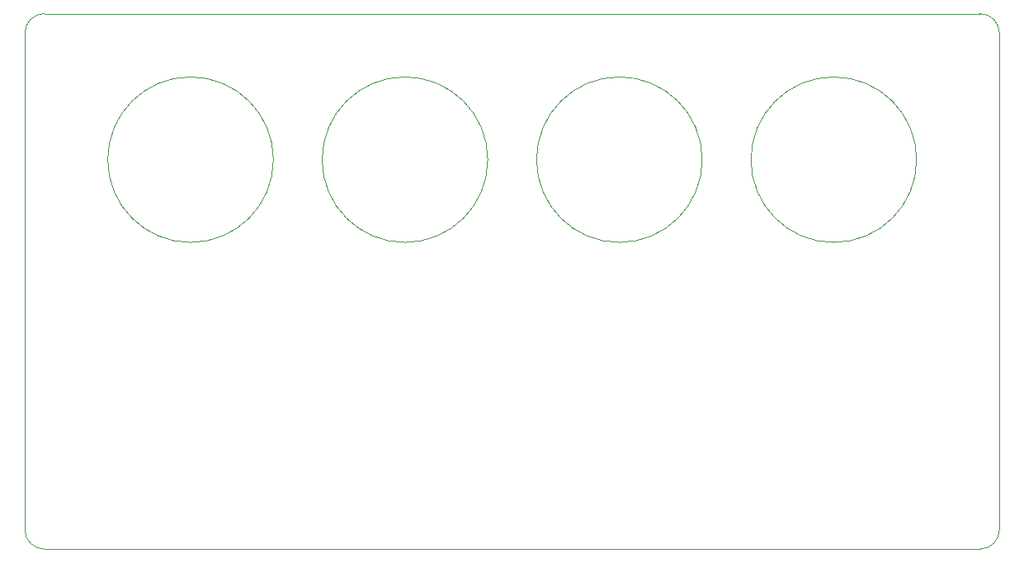
<source format=gm1>
G04 #@! TF.FileFunction,Profile,NP*
%FSLAX46Y46*%
G04 Gerber Fmt 4.6, Leading zero omitted, Abs format (unit mm)*
G04 Created by KiCad (PCBNEW 4.0.2-stable) date 2017/01/23 23:07:35*
%MOMM*%
G01*
G04 APERTURE LIST*
%ADD10C,0.100000*%
G04 APERTURE END LIST*
D10*
X178500000Y-64000000D02*
G75*
G03X178500000Y-64000000I-8500000J0D01*
G01*
X156500000Y-64000000D02*
G75*
G03X156500000Y-64000000I-8500000J0D01*
G01*
X134500000Y-64000000D02*
G75*
G03X134500000Y-64000000I-8500000J0D01*
G01*
X112500000Y-64000000D02*
G75*
G03X112500000Y-64000000I-8500000J0D01*
G01*
X87000000Y-102000000D02*
G75*
G03X89000000Y-104000000I2000000J0D01*
G01*
X185000000Y-104000000D02*
X89000000Y-104000000D01*
X185000000Y-104000000D02*
G75*
G03X187000000Y-102000000I0J2000000D01*
G01*
X187000000Y-51000000D02*
G75*
G03X185000000Y-49000000I-2000000J0D01*
G01*
X89000000Y-49000000D02*
G75*
G03X87000000Y-51000000I0J-2000000D01*
G01*
X187000000Y-51000000D02*
X187000000Y-102000000D01*
X87000000Y-51000000D02*
X87000000Y-102000000D01*
X89000000Y-49000000D02*
X185000000Y-49000000D01*
M02*

</source>
